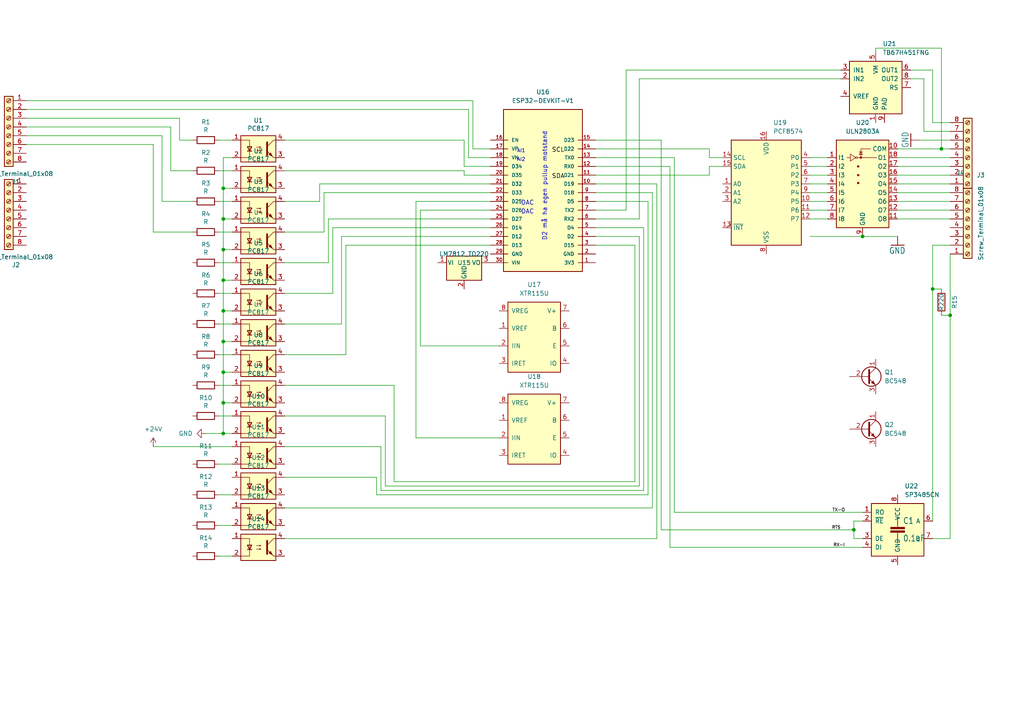
<source format=kicad_sch>
(kicad_sch (version 20211123) (generator eeschema)
  (paper "A4")
  (lib_symbols
    (symbol "Connector:Screw_Terminal_01x08" (pin_names (offset 1.016) hide)
      (property "Reference" "J" (at 0 10.16 0))
      (property "Value" "Screw_Terminal_01x08" (at 0 -12.7 0))
      (symbol "Screw_Terminal_01x08_1_1"
        (rectangle (start -1.27 8.89) (end 1.27 -11.43) (stroke (width 0.254)) (fill (type background)))
        (circle (center 0 -10.16) (radius 0.635) (stroke (width 0.1524)))
        (circle (center 0 -7.62) (radius 0.635) (stroke (width 0.1524)))
        (circle (center 0 -5.08) (radius 0.635) (stroke (width 0.1524)))
        (circle (center 0 -2.54) (radius 0.635) (stroke (width 0.1524)))
        (polyline (pts (xy -0.5334 -9.8298) (xy 0.3302 -10.668)) (stroke (width 0.1524)))
        (polyline (pts (xy -0.5334 -7.2898) (xy 0.3302 -8.128)) (stroke (width 0.1524)))
        (polyline (pts (xy -0.5334 -4.7498) (xy 0.3302 -5.588)) (stroke (width 0.1524)))
        (polyline (pts (xy -0.5334 -2.2098) (xy 0.3302 -3.048)) (stroke (width 0.1524)))
        (polyline (pts (xy -0.5334 0.3302) (xy 0.3302 -0.508)) (stroke (width 0.1524)))
        (polyline (pts (xy -0.5334 2.8702) (xy 0.3302 2.032)) (stroke (width 0.1524)))
        (polyline (pts (xy -0.5334 5.4102) (xy 0.3302 4.572)) (stroke (width 0.1524)))
        (polyline (pts (xy -0.5334 7.9502) (xy 0.3302 7.112)) (stroke (width 0.1524)))
        (polyline (pts (xy -0.3556 -9.652) (xy 0.508 -10.4902)) (stroke (width 0.1524)))
        (polyline (pts (xy -0.3556 -7.112) (xy 0.508 -7.9502)) (stroke (width 0.1524)))
        (polyline (pts (xy -0.3556 -4.572) (xy 0.508 -5.4102)) (stroke (width 0.1524)))
        (polyline (pts (xy -0.3556 -2.032) (xy 0.508 -2.8702)) (stroke (width 0.1524)))
        (polyline (pts (xy -0.3556 0.508) (xy 0.508 -0.3302)) (stroke (width 0.1524)))
        (polyline (pts (xy -0.3556 3.048) (xy 0.508 2.2098)) (stroke (width 0.1524)))
        (polyline (pts (xy -0.3556 5.588) (xy 0.508 4.7498)) (stroke (width 0.1524)))
        (polyline (pts (xy -0.3556 8.128) (xy 0.508 7.2898)) (stroke (width 0.1524)))
        (circle (center 0 0) (radius 0.635) (stroke (width 0.1524)))
        (circle (center 0 2.54) (radius 0.635) (stroke (width 0.1524)))
        (circle (center 0 5.08) (radius 0.635) (stroke (width 0.1524)))
        (circle (center 0 7.62) (radius 0.635) (stroke (width 0.1524)))
        (pin passive line (at -5.08 7.62 0) (length 3.81) (name "Pin_1") (number "1"))
        (pin passive line (at -5.08 5.08 0) (length 3.81) (name "Pin_2") (number "2"))
        (pin passive line (at -5.08 2.54 0) (length 3.81) (name "Pin_3") (number "3"))
        (pin passive line (at -5.08 0 0) (length 3.81) (name "Pin_4") (number "4"))
        (pin passive line (at -5.08 -2.54 0) (length 3.81) (name "Pin_5") (number "5"))
        (pin passive line (at -5.08 -5.08 0) (length 3.81) (name "Pin_6") (number "6"))
        (pin passive line (at -5.08 -7.62 0) (length 3.81) (name "Pin_7") (number "7"))
        (pin passive line (at -5.08 -10.16 0) (length 3.81) (name "Pin_8") (number "8"))
      )
    )
    (symbol "Device:R" (pin_numbers hide) (pin_names (offset 0))
      (property "Reference" "R" (at 2.032 0 90))
      (property "Value" "R" (at 0 0 90))
      (symbol "R_0_1"
        (rectangle (start -1.016 -2.54) (end 1.016 2.54) (stroke (width 0.254)))
      )
      (symbol "R_1_1"
        (pin passive line (at 0 3.81 270) (length 1.27) (name "~") (number "1"))
        (pin passive line (at 0 -3.81 90) (length 1.27) (name "~") (number "2"))
      )
    )
    (symbol "Devkit V1-1:ESP32-DEVKIT-V1" (pin_names (offset 1.016))
      (property "Reference" "U15" (at 0 24.13 0))
      (property "Value" "ESP32-DEVKIT-V1" (at 0 21.59 0))
      (symbol "ESP32-DEVKIT-V1_0_0"
        (rectangle (start -11.43 19.05) (end 11.43 -27.94) (stroke (width 0.254)) (fill (type background)))
        (pin output line (at 15.24 -25.4 180) (length 5.08) (name "3V3") (number "1"))
        (pin bidirectional line (at 15.24 -2.54 180) (length 5.08) (name "D19") (number "10"))
        (pin bidirectional line (at 15.24 0 180) (length 5.08) (name "D21") (number "11"))
        (pin input line (at 15.24 2.54 180) (length 5.08) (name "RX0") (number "12"))
        (pin output line (at 15.24 5.08 180) (length 5.08) (name "TX0") (number "13"))
        (pin bidirectional line (at 15.24 7.62 180) (length 5.08) (name "D22") (number "14"))
        (pin bidirectional line (at 15.24 10.16 180) (length 5.08) (name "D23") (number "15"))
        (pin input line (at -15.24 10.16 0) (length 5.08) (name "EN") (number "16"))
        (pin bidirectional line (at -15.24 7.62 0) (length 5.08) (name "VP") (number "17"))
        (pin bidirectional line (at -15.24 5.08 0) (length 5.08) (name "VN") (number "18"))
        (pin bidirectional line (at -15.24 2.54 0) (length 5.08) (name "D34") (number "19"))
        (pin power_in line (at 15.24 -22.86 180) (length 5.08) (name "GND") (number "2"))
        (pin bidirectional line (at -15.24 0 0) (length 5.08) (name "D35") (number "20"))
        (pin bidirectional line (at -15.24 -2.54 0) (length 5.08) (name "D32") (number "21"))
        (pin bidirectional line (at -15.24 -5.08 0) (length 5.08) (name "D33") (number "22"))
        (pin bidirectional line (at -15.24 -7.62 0) (length 5.08) (name "D25") (number "23"))
        (pin bidirectional line (at -15.24 -10.16 0) (length 5.08) (name "D26") (number "24"))
        (pin bidirectional line (at -15.24 -12.7 0) (length 5.08) (name "D27") (number "25"))
        (pin bidirectional line (at -15.24 -15.24 0) (length 5.08) (name "D14") (number "26"))
        (pin bidirectional line (at -15.24 -17.78 0) (length 5.08) (name "D12") (number "27"))
        (pin bidirectional line (at -15.24 -20.32 0) (length 5.08) (name "D13") (number "28"))
        (pin power_in line (at -15.24 -22.86 0) (length 5.08) (name "GND") (number "29"))
        (pin bidirectional line (at 15.24 -20.32 180) (length 5.08) (name "D15") (number "3"))
        (pin input line (at -15.24 -25.4 0) (length 5.08) (name "VIN") (number "30"))
        (pin bidirectional line (at 15.24 -17.78 180) (length 5.08) (name "D2") (number "4"))
        (pin bidirectional line (at 15.24 -15.24 180) (length 5.08) (name "D4") (number "5"))
        (pin input line (at 15.24 -12.7 180) (length 5.08) (name "RX2") (number "6"))
        (pin output line (at 15.24 -10.16 180) (length 5.08) (name "TX2") (number "7"))
        (pin bidirectional line (at 15.24 -7.62 180) (length 5.08) (name "D5") (number "8"))
        (pin bidirectional line (at 15.24 -5.08 180) (length 5.08) (name "D18") (number "9"))
      )
    )
    (symbol "Driver_Motor:A4950E" (pin_names (offset 1.016))
      (property "Reference" "U15" (at 2.0194 12.7 0))
      (property "Value" "TB67H451FNG " (at 2.0194 10.16 0))
      (symbol "A4950E_0_1"
        (rectangle (start -7.62 7.62) (end 7.62 -7.62) (stroke (width 0.254)) (fill (type background)))
      )
      (symbol "A4950E_1_1"
        (pin power_in line (at 0 -10.16 90) (length 2.54) (name "GND") (number "1"))
        (pin input line (at -10.16 2.54 0) (length 2.54) (name "IN2") (number "2"))
        (pin input line (at -10.16 5.08 0) (length 2.54) (name "IN1") (number "3"))
        (pin passive line (at -10.16 -2.54 0) (length 2.54) (name "VREF") (number "4"))
        (pin power_in line (at 0 10.16 270) (length 2.54) (name "VM") (number "5"))
        (pin power_out line (at 10.16 5.08 180) (length 2.54) (name "OUT1") (number "6"))
        (pin power_in line (at 10.16 0 180) (length 2.54) (name "RS") (number "7"))
        (pin power_out line (at 10.16 2.54 180) (length 2.54) (name "OUT2") (number "8"))
        (pin power_in line (at 2.54 -10.16 90) (length 2.54) (name "PAD") (number "9"))
      )
    )
    (symbol "Interface_CurrentLoop:XTR115U" (pin_names (offset 1.016))
      (property "Reference" "U" (at -7.62 13.97 0))
      (property "Value" "XTR115U" (at 1.27 13.97 0))
      (symbol "XTR115U_0_1"
        (rectangle (start -7.62 12.7) (end 7.62 -7.62) (stroke (width 0.254)) (fill (type background)))
      )
      (symbol "XTR115U_1_1"
        (pin output line (at -10.16 5.08 0) (length 2.54) (name "VREF") (number "1"))
        (pin input line (at -10.16 0 0) (length 2.54) (name "IIN") (number "2"))
        (pin input line (at -10.16 -5.08 0) (length 2.54) (name "IRET") (number "3"))
        (pin passive line (at 10.16 -5.08 180) (length 2.54) (name "IO") (number "4"))
        (pin passive line (at 10.16 0 180) (length 2.54) (name "E") (number "5"))
        (pin output line (at 10.16 5.08 180) (length 2.54) (name "B") (number "6"))
        (pin output line (at 10.16 10.16 180) (length 2.54) (name "V+") (number "7"))
        (pin output line (at -10.16 10.16 0) (length 2.54) (name "VREG") (number "8"))
      )
    )
    (symbol "Interface_Expansion:PCF8574"
      (property "Reference" "U" (at -8.89 16.51 0))
      (property "Value" "PCF8574" (at 2.54 16.51 0))
      (symbol "PCF8574_0_1"
        (rectangle (start -10.16 15.24) (end 10.16 -15.24) (stroke (width 0.254)) (fill (type background)))
      )
      (symbol "PCF8574_1_1"
        (pin input line (at -12.7 2.54 0) (length 2.54) (name "A0") (number "1"))
        (pin bidirectional line (at 12.7 -2.54 180) (length 2.54) (name "P5") (number "10"))
        (pin bidirectional line (at 12.7 -5.08 180) (length 2.54) (name "P6") (number "11"))
        (pin bidirectional line (at 12.7 -7.62 180) (length 2.54) (name "P7") (number "12"))
        (pin open_collector output_low (at -12.7 -10.16 0) (length 2.54) (name "~{INT}") (number "13"))
        (pin input line (at -12.7 10.16 0) (length 2.54) (name "SCL") (number "14"))
        (pin bidirectional line (at -12.7 7.62 0) (length 2.54) (name "SDA") (number "15"))
        (pin power_in line (at 0 17.78 270) (length 2.54) (name "VDD") (number "16"))
        (pin input line (at -12.7 0 0) (length 2.54) (name "A1") (number "2"))
        (pin input line (at -12.7 -2.54 0) (length 2.54) (name "A2") (number "3"))
        (pin bidirectional line (at 12.7 10.16 180) (length 2.54) (name "P0") (number "4"))
        (pin bidirectional line (at 12.7 7.62 180) (length 2.54) (name "P1") (number "5"))
        (pin bidirectional line (at 12.7 5.08 180) (length 2.54) (name "P2") (number "6"))
        (pin bidirectional line (at 12.7 2.54 180) (length 2.54) (name "P3") (number "7"))
        (pin power_in line (at 0 -17.78 90) (length 2.54) (name "VSS") (number "8"))
        (pin bidirectional line (at 12.7 0 180) (length 2.54) (name "P4") (number "9"))
      )
    )
    (symbol "Interface_UART:SP3485CN" (pin_names (offset 1.016))
      (property "Reference" "U" (at -7.62 8.89 0))
      (property "Value" "SP3485CN" (at 2.54 8.89 0))
      (symbol "SP3485CN_0_1"
        (rectangle (start -7.62 7.62) (end 7.62 -7.62) (stroke (width 0.254)) (fill (type background)))
      )
      (symbol "SP3485CN_1_1"
        (pin output line (at -10.16 5.08 0) (length 2.54) (name "RO") (number "1"))
        (pin input line (at -10.16 2.54 0) (length 2.54) (name "~{RE}") (number "2"))
        (pin input line (at -10.16 -2.54 0) (length 2.54) (name "DE") (number "3"))
        (pin input line (at -10.16 -5.08 0) (length 2.54) (name "DI") (number "4"))
        (pin power_in line (at 0 -10.16 90) (length 2.54) (name "GND") (number "5"))
        (pin bidirectional line (at 10.16 2.54 180) (length 2.54) (name "A") (number "6"))
        (pin bidirectional line (at 10.16 -2.54 180) (length 2.54) (name "B") (number "7"))
        (pin power_in line (at 0 10.16 270) (length 2.54) (name "VCC") (number "8"))
      )
    )
    (symbol "Isolator:PC817" (pin_names (offset 1.016))
      (property "Reference" "U" (at -5.08 5.08 0))
      (property "Value" "PC817" (at 0 5.08 0))
      (symbol "PC817_0_1"
        (rectangle (start -5.08 3.81) (end 5.08 -3.81) (stroke (width 0.254)) (fill (type background)))
        (polyline (pts (xy -3.175 -0.635) (xy -1.905 -0.635)) (stroke (width 0.254)))
        (polyline (pts (xy 2.54 0.635) (xy 4.445 2.54)))
        (polyline (pts (xy 4.445 -2.54) (xy 2.54 -0.635)) (fill (type outline)))
        (polyline (pts (xy 4.445 -2.54) (xy 5.08 -2.54)))
        (polyline (pts (xy 4.445 2.54) (xy 5.08 2.54)))
        (polyline (pts (xy -5.08 2.54) (xy -2.54 2.54) (xy -2.54 -0.635)))
        (polyline (pts (xy -2.54 -0.635) (xy -2.54 -2.54) (xy -5.08 -2.54)))
        (polyline (pts (xy 2.54 1.905) (xy 2.54 -1.905) (xy 2.54 -1.905)) (stroke (width 0.508)))
        (polyline (pts (xy -2.54 -0.635) (xy -3.175 0.635) (xy -1.905 0.635) (xy -2.54 -0.635)) (stroke (width 0.254)))
        (polyline (pts (xy -0.508 -0.508) (xy 0.762 -0.508) (xy 0.381 -0.635) (xy 0.381 -0.381) (xy 0.762 -0.508)))
        (polyline (pts (xy -0.508 0.508) (xy 0.762 0.508) (xy 0.381 0.381) (xy 0.381 0.635) (xy 0.762 0.508)))
        (polyline (pts (xy 3.048 -1.651) (xy 3.556 -1.143) (xy 4.064 -2.159) (xy 3.048 -1.651) (xy 3.048 -1.651)) (fill (type outline)))
      )
      (symbol "PC817_1_1"
        (pin passive line (at -7.62 2.54 0) (length 2.54) (name "~") (number "1"))
        (pin passive line (at -7.62 -2.54 0) (length 2.54) (name "~") (number "2"))
        (pin passive line (at 7.62 -2.54 180) (length 2.54) (name "~") (number "3"))
        (pin passive line (at 7.62 2.54 180) (length 2.54) (name "~") (number "4"))
      )
    )
    (symbol "RS485_Breakout-eagle-import:0.1UF-25V(+80{slash}-20%)(0603)"
      (property "Reference" "C" (at 1.524 2.921 0))
      (property "Value" "0.1UF-25V(+80{slash}-20%)(0603)" (at 1.524 -2.159 0))
      (symbol "0.1UF-25V(+80{slash}-20%)(0603)_1_0"
        (rectangle (start -2.032 0.508) (end 2.032 1.016) (fill (type outline)))
        (rectangle (start -2.032 1.524) (end 2.032 2.032) (fill (type outline)))
        (polyline (pts (xy 0 0) (xy 0 0.508)) (stroke (width 0.1524)))
        (polyline (pts (xy 0 2.54) (xy 0 2.032)) (stroke (width 0.1524)))
        (pin passive line (at 0 5.08 270) (length 2.54) (name "1") (number "1"))
        (pin passive line (at 0 -2.54 90) (length 2.54) (name "2") (number "2"))
      )
    )
    (symbol "RS485_Breakout-eagle-import:GND" (power)
      (property "Value" "GND" (at -2.54 -2.54 0))
      (symbol "GND_1_0"
        (polyline (pts (xy -1.905 0) (xy 1.905 0)) (stroke (width 0.254)))
        (pin power_in line (at 0 2.54 270) (length 2.54) (name "GND") (number "1"))
      )
    )
    (symbol "Regulator_Linear:LM7812_TO220" (pin_names (offset 0.254))
      (property "Reference" "U" (at -3.81 3.175 0))
      (property "Value" "LM7812_TO220" (at 0 3.175 0))
      (symbol "LM7812_TO220_0_1"
        (rectangle (start -5.08 1.905) (end 5.08 -5.08) (stroke (width 0.254)) (fill (type background)))
      )
      (symbol "LM7812_TO220_1_1"
        (pin power_in line (at -7.62 0 0) (length 2.54) (name "VI") (number "1"))
        (pin power_in line (at 0 -7.62 90) (length 2.54) (name "GND") (number "2"))
        (pin power_out line (at 7.62 0 180) (length 2.54) (name "VO") (number "3"))
      )
    )
    (symbol "Transistor_Array:ULN2803A"
      (property "Reference" "U" (at 0 13.335 0))
      (property "Value" "ULN2803A" (at 0 11.43 0))
      (symbol "ULN2803A_0_1"
        (rectangle (start -7.62 -15.24) (end 7.62 10.16) (stroke (width 0.254)) (fill (type background)))
        (circle (center -1.778 5.08) (radius 0.254))
        (circle (center -1.27 -2.286) (radius 0.254) (fill (type outline)))
        (circle (center -1.27 0) (radius 0.254) (fill (type outline)))
        (circle (center -1.27 2.54) (radius 0.254) (fill (type outline)))
        (circle (center -0.508 5.08) (radius 0.254) (fill (type outline)))
        (polyline (pts (xy -4.572 5.08) (xy -3.556 5.08)))
        (polyline (pts (xy -1.524 5.08) (xy 4.064 5.08)))
        (polyline (pts (xy 0 6.731) (xy -1.016 6.731)))
        (polyline (pts (xy -0.508 5.08) (xy -0.508 7.62) (xy 2.286 7.62)))
        (polyline (pts (xy -3.556 6.096) (xy -3.556 4.064) (xy -2.032 5.08) (xy -3.556 6.096)))
        (polyline (pts (xy 0 5.969) (xy -1.016 5.969) (xy -0.508 6.731) (xy 0 5.969)))
      )
      (symbol "ULN2803A_1_1"
        (pin input line (at -10.16 5.08 0) (length 2.54) (name "I1") (number "1"))
        (pin passive line (at 10.16 7.62 180) (length 2.54) (name "COM") (number "10"))
        (pin open_collector line (at 10.16 -12.7 180) (length 2.54) (name "O8") (number "11"))
        (pin open_collector line (at 10.16 -10.16 180) (length 2.54) (name "O7") (number "12"))
        (pin open_collector line (at 10.16 -7.62 180) (length 2.54) (name "O6") (number "13"))
        (pin open_collector line (at 10.16 -5.08 180) (length 2.54) (name "O5") (number "14"))
        (pin open_collector line (at 10.16 -2.54 180) (length 2.54) (name "O4") (number "15"))
        (pin open_collector line (at 10.16 0 180) (length 2.54) (name "O3") (number "16"))
        (pin open_collector line (at 10.16 2.54 180) (length 2.54) (name "O2") (number "17"))
        (pin open_collector line (at 10.16 5.08 180) (length 2.54) (name "O1") (number "18"))
        (pin input line (at -10.16 2.54 0) (length 2.54) (name "I2") (number "2"))
        (pin input line (at -10.16 0 0) (length 2.54) (name "I3") (number "3"))
        (pin input line (at -10.16 -2.54 0) (length 2.54) (name "I4") (number "4"))
        (pin input line (at -10.16 -5.08 0) (length 2.54) (name "I5") (number "5"))
        (pin input line (at -10.16 -7.62 0) (length 2.54) (name "I6") (number "6"))
        (pin input line (at -10.16 -10.16 0) (length 2.54) (name "I7") (number "7"))
        (pin input line (at -10.16 -12.7 0) (length 2.54) (name "I8") (number "8"))
        (pin power_in line (at 0 -17.78 90) (length 2.54) (name "GND") (number "9"))
      )
    )
    (symbol "Transistor_BJT:BC548" (pin_names (offset 0) hide)
      (property "Reference" "Q" (at 5.08 1.905 0))
      (property "Value" "BC548" (at 5.08 0 0))
      (symbol "BC548_0_1"
        (polyline (pts (xy 0 0) (xy 0.635 0)))
        (polyline (pts (xy 0.635 0.635) (xy 2.54 2.54)))
        (polyline (pts (xy 0.635 -0.635) (xy 2.54 -2.54) (xy 2.54 -2.54)))
        (polyline (pts (xy 0.635 1.905) (xy 0.635 -1.905) (xy 0.635 -1.905)) (stroke (width 0.508)))
        (polyline (pts (xy 1.27 -1.778) (xy 1.778 -1.27) (xy 2.286 -2.286) (xy 1.27 -1.778) (xy 1.27 -1.778)) (fill (type outline)))
        (circle (center 1.27 0) (radius 2.8194) (stroke (width 0.254)))
      )
      (symbol "BC548_1_1"
        (pin passive line (at 2.54 5.08 270) (length 2.54) (name "C") (number "1"))
        (pin input line (at -5.08 0 0) (length 5.08) (name "B") (number "2"))
        (pin passive line (at 2.54 -5.08 90) (length 2.54) (name "E") (number "3"))
      )
    )
    (symbol "power:+24V" (power) (pin_names (offset 0))
      (property "Value" "+24V" (at 0 3.556 0))
      (symbol "+24V_0_1"
        (polyline (pts (xy -0.762 1.27) (xy 0 2.54)))
        (polyline (pts (xy 0 0) (xy 0 2.54)))
        (polyline (pts (xy 0 2.54) (xy 0.762 1.27)))
      )
      (symbol "+24V_1_1"
        (pin power_in line (at 0 0 90) (length 0) hide (name "+24V") (number "1"))
      )
    )
    (symbol "power:GND" (power) (pin_names (offset 0))
      (property "Value" "GND" (at 0 -3.81 0))
      (symbol "GND_0_1"
        (polyline (pts (xy 0 0) (xy 0 -1.27) (xy 1.27 -1.27) (xy 0 -2.54) (xy -1.27 -1.27) (xy 0 -1.27)))
      )
      (symbol "GND_1_1"
        (pin power_in line (at 0 0 270) (length 0) hide (name "GND") (number "1"))
      )
    )
  )
  (junction (at 64.77 81.28))
  (junction (at 64.77 107.95))
  (junction (at 64.77 125.73))
  (junction (at 64.77 54.61))
  (junction (at 247.65 153.67))
  (junction (at 64.77 116.84))
  (junction (at 64.77 63.5))
  (junction (at 64.77 99.06))
  (junction (at 275.59 91.44))
  (junction (at 64.77 90.17))
  (junction (at 250.19 68.58))
  (junction (at 64.77 72.39))
  (junction (at 270.51 83.82))
  (junction (at 273.05 43.18))
  (wire (pts (xy 120.65 58.42) (xy 142.24 58.42)))
  (wire (pts (xy 185.42 22.86) (xy 243.84 22.86)))
  (wire (pts (xy 82.55 67.31) (xy 93.98 67.31)))
  (wire (pts (xy 264.16 20.32) (xy 270.51 20.32)))
  (wire (pts (xy 82.55 111.76) (xy 114.3 111.76)))
  (wire (pts (xy 64.77 72.39) (xy 67.31 72.39)))
  (wire (pts (xy 273.05 43.18) (xy 260.35 43.18)))
  (wire (pts (xy 63.5 161.29) (xy 67.31 161.29)))
  (wire (pts (xy 270.51 35.56) (xy 275.59 35.56)))
  (wire (pts (xy 266.7 40.64) (xy 275.59 40.64)))
  (wire (pts (xy 82.55 58.42) (xy 92.71 58.42)))
  (wire (pts (xy 205.74 48.26) (xy 209.55 48.26)))
  (wire (pts (xy 64.77 63.5) (xy 64.77 72.39)))
  (wire (pts (xy 93.98 55.88) (xy 142.24 55.88)))
  (wire (pts (xy 96.52 66.04) (xy 142.24 66.04)))
  (wire (pts (xy 195.58 148.59) (xy 195.58 45.72)))
  (wire (pts (xy 82.55 76.2) (xy 95.25 76.2)))
  (wire (pts (xy 205.74 45.72) (xy 209.55 45.72)))
  (wire (pts (xy 187.96 143.51) (xy 187.96 58.42)))
  (wire (pts (xy 64.77 107.95) (xy 67.31 107.95)))
  (wire (pts (xy 63.5 134.62) (xy 67.31 134.62)))
  (wire (pts (xy 93.98 67.31) (xy 93.98 55.88)))
  (wire (pts (xy 64.77 99.06) (xy 67.31 99.06)))
  (wire (pts (xy 111.76 120.65) (xy 111.76 140.97)))
  (wire (pts (xy 184.15 139.7) (xy 184.15 71.12)))
  (wire (pts (xy 7.62 36.83) (xy 49.53 36.83)))
  (wire (pts (xy 190.5 53.34) (xy 172.72 53.34)))
  (wire (pts (xy 191.77 153.67) (xy 247.65 153.67)))
  (wire (pts (xy 64.77 72.39) (xy 64.77 81.28)))
  (wire (pts (xy 234.95 60.96) (xy 240.03 60.96)))
  (wire (pts (xy 270.51 151.13) (xy 270.51 83.82)))
  (wire (pts (xy 172.72 63.5) (xy 185.42 63.5)))
  (wire (pts (xy 7.62 41.91) (xy 44.45 41.91)))
  (wire (pts (xy 260.35 50.8) (xy 275.59 50.8)))
  (wire (pts (xy 109.22 143.51) (xy 187.96 143.51)))
  (wire (pts (xy 270.51 71.12) (xy 275.59 71.12)))
  (wire (pts (xy 82.55 129.54) (xy 110.49 129.54)))
  (wire (pts (xy 63.5 120.65) (xy 67.31 120.65)))
  (wire (pts (xy 260.35 55.88) (xy 275.59 55.88)))
  (wire (pts (xy 144.78 127) (xy 120.65 127)))
  (wire (pts (xy 82.55 85.09) (xy 96.52 85.09)))
  (wire (pts (xy 63.5 93.98) (xy 67.31 93.98)))
  (wire (pts (xy 64.77 107.95) (xy 64.77 116.84)))
  (wire (pts (xy 254 13.97) (xy 273.05 13.97)))
  (wire (pts (xy 96.52 85.09) (xy 96.52 66.04)))
  (wire (pts (xy 92.71 53.34) (xy 142.24 53.34)))
  (wire (pts (xy 189.23 147.32) (xy 189.23 55.88)))
  (wire (pts (xy 7.62 29.21) (xy 137.16 29.21)))
  (wire (pts (xy 64.77 125.73) (xy 59.69 125.73)))
  (wire (pts (xy 64.77 116.84) (xy 67.31 116.84)))
  (wire (pts (xy 172.72 60.96) (xy 181.61 60.96)))
  (wire (pts (xy 121.92 60.96) (xy 142.24 60.96)))
  (wire (pts (xy 189.23 55.88) (xy 172.72 55.88)))
  (wire (pts (xy 234.95 55.88) (xy 240.03 55.88)))
  (wire (pts (xy 99.06 93.98) (xy 99.06 68.58)))
  (wire (pts (xy 82.55 120.65) (xy 111.76 120.65)))
  (wire (pts (xy 273.05 43.18) (xy 275.59 43.18)))
  (wire (pts (xy 187.96 58.42) (xy 172.72 58.42)))
  (wire (pts (xy 250.19 148.59) (xy 195.58 148.59)))
  (wire (pts (xy 250.19 151.13) (xy 247.65 151.13)))
  (wire (pts (xy 64.77 45.72) (xy 64.77 54.61)))
  (wire (pts (xy 172.72 48.26) (xy 194.31 48.26)))
  (wire (pts (xy 64.77 63.5) (xy 67.31 63.5)))
  (wire (pts (xy 184.15 71.12) (xy 172.72 71.12)))
  (wire (pts (xy 172.72 50.8) (xy 205.74 50.8)))
  (wire (pts (xy 52.07 40.64) (xy 55.88 40.64)))
  (wire (pts (xy 64.77 90.17) (xy 67.31 90.17)))
  (wire (pts (xy 110.49 129.54) (xy 110.49 142.24)))
  (wire (pts (xy 185.42 140.97) (xy 185.42 68.58)))
  (wire (pts (xy 137.16 29.21) (xy 137.16 43.18)))
  (wire (pts (xy 121.92 100.33) (xy 121.92 60.96)))
  (wire (pts (xy 273.05 13.97) (xy 273.05 43.18)))
  (wire (pts (xy 120.65 127) (xy 120.65 58.42)))
  (wire (pts (xy 205.74 43.18) (xy 205.74 45.72)))
  (wire (pts (xy 63.5 152.4) (xy 67.31 152.4)))
  (wire (pts (xy 267.97 22.86) (xy 267.97 38.1)))
  (wire (pts (xy 7.62 34.29) (xy 52.07 34.29)))
  (wire (pts (xy 194.31 48.26) (xy 194.31 158.75)))
  (wire (pts (xy 82.55 40.64) (xy 134.62 40.64)))
  (wire (pts (xy 63.5 49.53) (xy 67.31 49.53)))
  (wire (pts (xy 82.55 49.53) (xy 134.62 49.53)))
  (wire (pts (xy 114.3 111.76) (xy 114.3 139.7)))
  (wire (pts (xy 195.58 45.72) (xy 172.72 45.72)))
  (wire (pts (xy 7.62 39.37) (xy 46.99 39.37)))
  (wire (pts (xy 63.5 40.64) (xy 67.31 40.64)))
  (wire (pts (xy 135.89 31.75) (xy 135.89 45.72)))
  (wire (pts (xy 67.31 45.72) (xy 64.77 45.72)))
  (wire (pts (xy 95.25 63.5) (xy 142.24 63.5)))
  (wire (pts (xy 114.3 139.7) (xy 184.15 139.7)))
  (wire (pts (xy 270.51 83.82) (xy 270.51 71.12)))
  (wire (pts (xy 234.95 63.5) (xy 240.03 63.5)))
  (wire (pts (xy 205.74 50.8) (xy 205.74 48.26)))
  (wire (pts (xy 135.89 45.72) (xy 142.24 45.72)))
  (wire (pts (xy 82.55 147.32) (xy 189.23 147.32)))
  (wire (pts (xy 270.51 83.82) (xy 273.05 83.82)))
  (wire (pts (xy 275.59 73.66) (xy 275.59 91.44)))
  (wire (pts (xy 270.51 156.21) (xy 275.59 156.21)))
  (wire (pts (xy 99.06 68.58) (xy 142.24 68.58)))
  (wire (pts (xy 260.35 53.34) (xy 275.59 53.34)))
  (wire (pts (xy 247.65 151.13) (xy 247.65 153.67)))
  (wire (pts (xy 49.53 49.53) (xy 55.88 49.53)))
  (wire (pts (xy 111.76 140.97) (xy 185.42 140.97)))
  (wire (pts (xy 63.5 102.87) (xy 67.31 102.87)))
  (wire (pts (xy 172.72 43.18) (xy 205.74 43.18)))
  (wire (pts (xy 64.77 54.61) (xy 64.77 63.5)))
  (wire (pts (xy 181.61 60.96) (xy 181.61 20.32)))
  (wire (pts (xy 64.77 81.28) (xy 67.31 81.28)))
  (wire (pts (xy 64.77 54.61) (xy 67.31 54.61)))
  (wire (pts (xy 186.69 142.24) (xy 186.69 66.04)))
  (wire (pts (xy 64.77 116.84) (xy 64.77 125.73)))
  (wire (pts (xy 194.31 158.75) (xy 250.19 158.75)))
  (wire (pts (xy 134.62 49.53) (xy 134.62 50.8)))
  (wire (pts (xy 100.33 102.87) (xy 100.33 71.12)))
  (wire (pts (xy 52.07 34.29) (xy 52.07 40.64)))
  (wire (pts (xy 63.5 111.76) (xy 67.31 111.76)))
  (wire (pts (xy 137.16 43.18) (xy 142.24 43.18)))
  (wire (pts (xy 63.5 58.42) (xy 67.31 58.42)))
  (wire (pts (xy 270.51 20.32) (xy 270.51 35.56)))
  (wire (pts (xy 63.5 143.51) (xy 67.31 143.51)))
  (wire (pts (xy 264.16 22.86) (xy 267.97 22.86)))
  (wire (pts (xy 273.05 91.44) (xy 275.59 91.44)))
  (wire (pts (xy 82.55 93.98) (xy 99.06 93.98)))
  (wire (pts (xy 191.77 40.64) (xy 191.77 153.67)))
  (wire (pts (xy 254 15.24) (xy 254 13.97)))
  (wire (pts (xy 7.62 31.75) (xy 135.89 31.75)))
  (wire (pts (xy 44.45 67.31) (xy 55.88 67.31)))
  (wire (pts (xy 144.78 100.33) (xy 121.92 100.33)))
  (wire (pts (xy 64.77 99.06) (xy 64.77 107.95)))
  (wire (pts (xy 181.61 20.32) (xy 243.84 20.32)))
  (wire (pts (xy 63.5 76.2) (xy 67.31 76.2)))
  (wire (pts (xy 64.77 125.73) (xy 67.31 125.73)))
  (wire (pts (xy 44.45 129.54) (xy 67.31 129.54)))
  (wire (pts (xy 260.35 45.72) (xy 275.59 45.72)))
  (wire (pts (xy 134.62 48.26) (xy 142.24 48.26)))
  (wire (pts (xy 234.95 58.42) (xy 240.03 58.42)))
  (wire (pts (xy 172.72 40.64) (xy 191.77 40.64)))
  (wire (pts (xy 63.5 67.31) (xy 67.31 67.31)))
  (wire (pts (xy 234.95 45.72) (xy 240.03 45.72)))
  (wire (pts (xy 110.49 142.24) (xy 186.69 142.24)))
  (wire (pts (xy 234.95 48.26) (xy 240.03 48.26)))
  (wire (pts (xy 185.42 63.5) (xy 185.42 22.86)))
  (wire (pts (xy 247.65 153.67) (xy 247.65 156.21)))
  (wire (pts (xy 185.42 68.58) (xy 172.72 68.58)))
  (wire (pts (xy 260.35 48.26) (xy 275.59 48.26)))
  (wire (pts (xy 134.62 40.64) (xy 134.62 48.26)))
  (wire (pts (xy 234.95 50.8) (xy 240.03 50.8)))
  (wire (pts (xy 260.35 63.5) (xy 275.59 63.5)))
  (wire (pts (xy 44.45 41.91) (xy 44.45 67.31)))
  (wire (pts (xy 234.95 68.58) (xy 250.19 68.58)))
  (wire (pts (xy 100.33 71.12) (xy 142.24 71.12)))
  (wire (pts (xy 260.35 58.42) (xy 275.59 58.42)))
  (wire (pts (xy 247.65 156.21) (xy 250.19 156.21)))
  (wire (pts (xy 64.77 90.17) (xy 64.77 99.06)))
  (wire (pts (xy 92.71 58.42) (xy 92.71 53.34)))
  (wire (pts (xy 95.25 76.2) (xy 95.25 63.5)))
  (wire (pts (xy 82.55 156.21) (xy 190.5 156.21)))
  (wire (pts (xy 64.77 81.28) (xy 64.77 90.17)))
  (wire (pts (xy 234.95 53.34) (xy 240.03 53.34)))
  (wire (pts (xy 49.53 36.83) (xy 49.53 49.53)))
  (wire (pts (xy 186.69 66.04) (xy 172.72 66.04)))
  (wire (pts (xy 134.62 50.8) (xy 142.24 50.8)))
  (wire (pts (xy 46.99 58.42) (xy 55.88 58.42)))
  (wire (pts (xy 82.55 138.43) (xy 109.22 138.43)))
  (wire (pts (xy 63.5 85.09) (xy 67.31 85.09)))
  (wire (pts (xy 250.19 68.58) (xy 260.35 68.58)))
  (wire (pts (xy 109.22 138.43) (xy 109.22 143.51)))
  (wire (pts (xy 275.59 91.44) (xy 275.59 156.21)))
  (wire (pts (xy 190.5 156.21) (xy 190.5 53.34)))
  (wire (pts (xy 260.35 60.96) (xy 275.59 60.96)))
  (wire (pts (xy 267.97 38.1) (xy 275.59 38.1)))
  (wire (pts (xy 46.99 39.37) (xy 46.99 58.42)))
  (wire (pts (xy 82.55 102.87) (xy 100.33 102.87)))
  (text "DAC" (at 154.94 62.23 180) (effects (font (size 1.27 1.27)) (justify right bottom)))
  (text "DAC" (at 154.94 59.69 180) (effects (font (size 1.27 1.27)) (justify right bottom)))
  (text "AI2" (at 152.4 46.99 180) (effects (font (size 1 1)) (justify right bottom)))
  (text "AI1" (at 152.4 44.45 180) (effects (font (size 1 1)) (justify right bottom)))
  (text "D2 må ha egen pullup motstand" (at 158.75 38.1 270) (effects (font (size 1.27 1.27)) (justify right bottom)))
  (label "SDA" (at 160.02 52.07 0))
  (label "RX-I" (at 245.11 158.75 180) (effects (font (size 0.889 0.889))))
  (label "SCL" (at 160.02 44.45 0))
  (label "TX-O" (at 245.11 148.59 180) (effects (font (size 0.889 0.889))))
  (label "RTS" (at 243.84 153.67 180) (effects (font (size 0.889 0.889))))
  (symbol (lib_id "Device:R") (at 59.69 67.31 270) (unit 1)
    (property "Reference" "R4" (at 59.69 62.0522 90))
    (property "Value" "R" (at 59.69 64.3636 90))
    (property "Footprint" "Resistor_THT:R_Axial_DIN0204_L3.6mm_D1.6mm_P2.54mm_Vertical" (effects hide))
  )
  (symbol (lib_id "Interface_Expansion:PCF8574") (at 222.25 55.88 0) (unit 1)
    (property "Reference" "U19" (at 224.2694 35.56 0) (effects (justify left)))
    (property "Value" "PCF8574" (at 224.2694 38.1 0) (effects (justify left)))
    (property "Footprint" "Package_DIP:DIP-18_W7.62mm" (effects hide))
    (property "Datasheet" "http://www.nxp.com/documents/data_sheet/PCF8574_PCF8574A.pdf" (effects hide))
  )
  (symbol (lib_id "Device:R") (at 59.69 85.09 270) (unit 1)
    (property "Reference" "R6" (at 59.69 79.8322 90))
    (property "Value" "R" (at 59.69 82.1436 90))
    (property "Footprint" "Resistor_THT:R_Axial_DIN0204_L3.6mm_D1.6mm_P2.54mm_Vertical" (effects hide))
  )
  (symbol (lib_id "power:+24V") (at 44.45 129.54 0) (unit 1)
    (property "Reference" "#PWR01" (effects hide))
    (property "Value" "+24V" (at 44.45 124.46 0))
  )
  (symbol (lib_id "Device:R") (at 273.05 87.63 0) (unit 1)
    (property "Reference" "R15" (at 276.86 87.63 90))
    (property "Value" "R220" (at 273.05 87.63 90))
    (property "Footprint" "Resistor_THT:R_Axial_DIN0204_L3.6mm_D1.6mm_P2.54mm_Vertical" (effects hide))
  )
  (symbol (lib_id "Isolator:PC817") (at 74.93 123.19 0) (unit 1)
    (property "Reference" "U10" (at 74.93 114.935 0))
    (property "Value" "PC817" (at 74.93 117.2464 0))
    (property "Footprint" "Package_DIP:DIP-4_W7.62mm" (effects hide))
    (property "Datasheet" "http://www.soselectronic.cz/a_info/resource/d/pc817.pdf" (effects hide))
  )
  (symbol (lib_id "power:GND") (at 59.69 125.73 270) (unit 1)
    (property "Reference" "#PWR?" (effects hide))
    (property "Value" "GND" (at 55.88 125.7299 90) (effects (justify right)))
  )
  (symbol (lib_id "Device:R") (at 59.69 93.98 270) (unit 1)
    (property "Reference" "R7" (at 59.69 88.7222 90))
    (property "Value" "R" (at 59.69 91.0336 90))
    (property "Footprint" "Resistor_THT:R_Axial_DIN0204_L3.6mm_D1.6mm_P2.54mm_Vertical" (effects hide))
  )
  (symbol (lib_id "Isolator:PC817") (at 74.93 87.63 0) (unit 1)
    (property "Reference" "U6" (at 74.93 79.375 0))
    (property "Value" "PC817" (at 74.93 81.6864 0))
    (property "Footprint" "Package_DIP:DIP-4_W7.62mm" (effects hide))
    (property "Datasheet" "http://www.soselectronic.cz/a_info/resource/d/pc817.pdf" (effects hide))
  )
  (symbol (lib_id "Isolator:PC817") (at 74.93 60.96 0) (unit 1)
    (property "Reference" "U3" (at 74.93 52.705 0))
    (property "Value" "PC817" (at 74.93 55.0164 0))
    (property "Footprint" "Package_DIP:DIP-4_W7.62mm" (effects hide))
    (property "Datasheet" "http://www.soselectronic.cz/a_info/resource/d/pc817.pdf" (effects hide))
  )
  (symbol (lib_id "Isolator:PC817") (at 74.93 149.86 0) (unit 1)
    (property "Reference" "U13" (at 74.93 141.605 0))
    (property "Value" "PC817" (at 74.93 143.9164 0))
    (property "Footprint" "Package_DIP:DIP-4_W7.62mm" (effects hide))
    (property "Datasheet" "http://www.soselectronic.cz/a_info/resource/d/pc817.pdf" (effects hide))
  )
  (symbol (lib_id "RS485_Breakout-eagle-import:0.1UF-25V(+80{slash}-20%)(0603)") (at 260.35 154.94 0) (unit 1)
    (property "Reference" "C1" (at 261.874 152.019 0) (effects (font (size 1.778 1.5113)) (justify left bottom)))
    (property "Value" "0.1uF" (at 261.874 157.099 0) (effects (font (size 1.778 1.5113)) (justify left bottom)))
    (property "Footprint" "RS485_Breakout:0603-CAP" (effects hide))
  )
  (symbol (lib_id "Device:R") (at 59.69 49.53 270) (unit 1)
    (property "Reference" "R2" (at 59.69 44.2722 90))
    (property "Value" "R" (at 59.69 46.5836 90))
    (property "Footprint" "Resistor_THT:R_Axial_DIN0204_L3.6mm_D1.6mm_P2.54mm_Vertical" (effects hide))
  )
  (symbol (lib_id "Interface_CurrentLoop:XTR115U") (at 154.94 127 0) (unit 1)
    (property "Reference" "U18" (at 154.94 109.22 0))
    (property "Value" "XTR115U" (at 154.94 111.76 0))
    (property "Footprint" "Package_SO:SOIC-8_3.9x4.9mm_P1.27mm" (effects hide))
    (property "Datasheet" "http://www.ti.com/lit/ds/symlink/xtr115.pdf" (effects hide))
  )
  (symbol (lib_id "Device:R") (at 59.69 152.4 270) (unit 1)
    (property "Reference" "R13" (at 59.69 147.1422 90))
    (property "Value" "R" (at 59.69 149.4536 90))
    (property "Footprint" "Resistor_THT:R_Axial_DIN0204_L3.6mm_D1.6mm_P2.54mm_Vertical" (effects hide))
  )
  (symbol (lib_id "Device:R") (at 59.69 161.29 270) (unit 1)
    (property "Reference" "R14" (at 59.69 156.0322 90))
    (property "Value" "R" (at 59.69 158.3436 90))
    (property "Footprint" "Resistor_THT:R_Axial_DIN0204_L3.6mm_D1.6mm_P2.54mm_Vertical" (effects hide))
  )
  (symbol (lib_id "Device:R") (at 59.69 111.76 270) (unit 1)
    (property "Reference" "R9" (at 59.69 106.5022 90))
    (property "Value" "R" (at 59.69 108.8136 90))
    (property "Footprint" "Resistor_THT:R_Axial_DIN0204_L3.6mm_D1.6mm_P2.54mm_Vertical" (effects hide))
  )
  (symbol (lib_id "Regulator_Linear:LM7812_TO220") (at 134.62 76.2 0) (unit 1)
    (property "Reference" "U15" (at 134.62 76.2 0))
    (property "Value" "LM7812_TO220" (at 134.62 73.66 0))
    (property "Footprint" "Package_TO_SOT_THT:TO-220-3_Vertical" (effects hide))
    (property "Datasheet" "https://www.onsemi.cn/PowerSolutions/document/MC7800-D.PDF" (effects hide))
  )
  (symbol (lib_id "Isolator:PC817") (at 74.93 96.52 0) (unit 1)
    (property "Reference" "U7" (at 74.93 88.265 0))
    (property "Value" "PC817" (at 74.93 90.5764 0))
    (property "Footprint" "Package_DIP:DIP-4_W7.62mm" (effects hide))
    (property "Datasheet" "http://www.soselectronic.cz/a_info/resource/d/pc817.pdf" (effects hide))
  )
  (symbol (lib_id "Connector:Screw_Terminal_01x08") (at 280.67 45.72 0) (mirror x) (unit 1)
    (property "Reference" "J3" (at 284.48 50.8 0))
    (property "Value" "Screw_Terminal_01x08" (effects hide))
    (property "Footprint" "TerminalBlock_Phoenix:TerminalBlock_Phoenix_MKDS-1,5-8-5.08_1x08_P5.08mm_Horizontal" (effects hide))
  )
  (symbol (lib_id "Isolator:PC817") (at 74.93 140.97 0) (unit 1)
    (property "Reference" "U12" (at 74.93 132.715 0))
    (property "Value" "PC817" (at 74.93 135.0264 0))
    (property "Footprint" "Package_DIP:DIP-4_W7.62mm" (effects hide))
    (property "Datasheet" "http://www.soselectronic.cz/a_info/resource/d/pc817.pdf" (effects hide))
  )
  (symbol (lib_id "RS485_Breakout-eagle-import:GND") (at 264.16 40.64 270) (unit 1)
    (property "Reference" "#GND02" (effects hide))
    (property "Value" "GND" (at 261.62 38.1 0) (effects (font (size 1.778 1.5113)) (justify left bottom)))
    (property "Footprint" "RS485_Breakout:" (effects hide))
  )
  (symbol (lib_id "Device:R") (at 59.69 102.87 270) (unit 1)
    (property "Reference" "R8" (at 59.69 97.6122 90))
    (property "Value" "R" (at 59.69 99.9236 90))
    (property "Footprint" "Resistor_THT:R_Axial_DIN0204_L3.6mm_D1.6mm_P2.54mm_Vertical" (effects hide))
  )
  (symbol (lib_id "Isolator:PC817") (at 74.93 69.85 0) (unit 1)
    (property "Reference" "U4" (at 74.93 61.595 0))
    (property "Value" "PC817" (at 74.93 63.9064 0))
    (property "Footprint" "Package_DIP:DIP-4_W7.62mm" (effects hide))
    (property "Datasheet" "http://www.soselectronic.cz/a_info/resource/d/pc817.pdf" (effects hide))
  )
  (symbol (lib_id "Interface_CurrentLoop:XTR115U") (at 154.94 100.33 0) (unit 1)
    (property "Reference" "U17" (at 154.94 82.55 0))
    (property "Value" "XTR115U" (at 154.94 85.09 0))
    (property "Footprint" "Package_SO:SOIC-8_3.9x4.9mm_P1.27mm" (effects hide))
    (property "Datasheet" "http://www.ti.com/lit/ds/symlink/xtr115.pdf" (effects hide))
  )
  (symbol (lib_id "Device:R") (at 59.69 143.51 270) (unit 1)
    (property "Reference" "R12" (at 59.69 138.2522 90))
    (property "Value" "R" (at 59.69 140.5636 90))
    (property "Footprint" "Resistor_THT:R_Axial_DIN0204_L3.6mm_D1.6mm_P2.54mm_Vertical" (effects hide))
  )
  (symbol (lib_id "Isolator:PC817") (at 74.93 43.18 0) (unit 1)
    (property "Reference" "U1" (at 74.93 34.925 0))
    (property "Value" "PC817" (at 74.93 37.2364 0))
    (property "Footprint" "Package_DIP:DIP-4_W7.62mm" (effects hide))
    (property "Datasheet" "http://www.soselectronic.cz/a_info/resource/d/pc817.pdf" (effects hide))
  )
  (symbol (lib_id "Device:R") (at 59.69 120.65 270) (unit 1)
    (property "Reference" "R10" (at 59.69 115.3922 90))
    (property "Value" "R" (at 59.69 117.7036 90))
    (property "Footprint" "Resistor_THT:R_Axial_DIN0204_L3.6mm_D1.6mm_P2.54mm_Vertical" (effects hide))
  )
  (symbol (lib_id "Isolator:PC817") (at 74.93 132.08 0) (unit 1)
    (property "Reference" "U11" (at 74.93 123.825 0))
    (property "Value" "PC817" (at 74.93 126.1364 0))
    (property "Footprint" "Package_DIP:DIP-4_W7.62mm" (effects hide))
    (property "Datasheet" "http://www.soselectronic.cz/a_info/resource/d/pc817.pdf" (effects hide))
  )
  (symbol (lib_id "Transistor_BJT:BC548") (at 251.46 124.46 0) (unit 1)
    (property "Reference" "Q2" (at 256.54 123.1899 0) (effects (justify left)))
    (property "Value" "BC548" (at 256.54 125.7299 0) (effects (justify left)))
    (property "Footprint" "Package_TO_SOT_THT:TO-92_Inline" (effects hide))
    (property "Datasheet" "https://www.onsemi.com/pub/Collateral/BC550-D.pdf" (effects hide))
  )
  (symbol (lib_id "Device:R") (at 59.69 76.2 270) (unit 1)
    (property "Reference" "R5" (at 59.69 70.9422 90))
    (property "Value" "R" (at 59.69 73.2536 90))
    (property "Footprint" "Resistor_THT:R_Axial_DIN0204_L3.6mm_D1.6mm_P2.54mm_Vertical" (effects hide))
  )
  (symbol (lib_id "Isolator:PC817") (at 74.93 52.07 0) (unit 1)
    (property "Reference" "U2" (at 74.93 43.815 0))
    (property "Value" "PC817" (at 74.93 46.1264 0))
    (property "Footprint" "Package_DIP:DIP-4_W7.62mm" (effects hide))
    (property "Datasheet" "http://www.soselectronic.cz/a_info/resource/d/pc817.pdf" (effects hide))
  )
  (symbol (lib_id "Transistor_Array:ULN2803A") (at 250.19 50.8 0) (unit 1)
    (property "Reference" "U20" (at 250.19 35.56 0))
    (property "Value" "ULN2803A" (at 250.19 38.1 0))
    (property "Footprint" "Package_DIP:DIP-18_W7.62mm" (effects hide))
    (property "Datasheet" "/home/fred-olav/esp32projects/Deler/ULN2803APG.pdf" (effects hide))
  )
  (symbol (lib_id "Connector:Screw_Terminal_01x08") (at 280.67 66.04 0) (mirror x) (unit 1)
    (property "Reference" "J4" (at 278.5872 50.165 0))
    (property "Value" "Screw_Terminal_01x08" (at 284.48 64.77 90))
    (property "Footprint" "TerminalBlock_Phoenix:TerminalBlock_Phoenix_MKDS-1,5-8-5.08_1x08_P5.08mm_Horizontal" (effects hide))
  )
  (symbol (lib_id "Driver_Motor:A4950E") (at 254 25.4 0) (unit 1)
    (property "Reference" "U21" (at 256.0194 12.7 0) (effects (justify left)))
    (property "Value" "TB67H451FNG " (at 256.0194 15.24 0) (effects (justify left)))
    (property "Footprint" "Package_SO:SOIC-8-1EP_3.9x4.9mm_P1.27mm_EP2.41x3.3mm" (effects hide))
    (property "Datasheet" "/home/fred-olav/esp32projects/Deler/TB67H451FNG - Toshiba DC motordriver.pdf" (effects hide))
  )
  (symbol (lib_id "Device:R") (at 59.69 40.64 270) (unit 1)
    (property "Reference" "R1" (at 59.69 35.3822 90))
    (property "Value" "R" (at 59.69 37.6936 90))
    (property "Footprint" "Resistor_THT:R_Axial_DIN0204_L3.6mm_D1.6mm_P2.54mm_Vertical" (effects hide))
  )
  (symbol (lib_id "Isolator:PC817") (at 74.93 158.75 0) (unit 1)
    (property "Reference" "U14" (at 74.93 150.495 0))
    (property "Value" "PC817" (at 74.93 152.8064 0))
    (property "Footprint" "Package_DIP:DIP-4_W7.62mm" (effects hide))
    (property "Datasheet" "http://www.soselectronic.cz/a_info/resource/d/pc817.pdf" (effects hide))
  )
  (symbol (lib_id "Isolator:PC817") (at 74.93 114.3 0) (unit 1)
    (property "Reference" "U9" (at 74.93 106.045 0))
    (property "Value" "PC817" (at 74.93 108.3564 0))
    (property "Footprint" "Package_DIP:DIP-4_W7.62mm" (effects hide))
    (property "Datasheet" "http://www.soselectronic.cz/a_info/resource/d/pc817.pdf" (effects hide))
  )
  (symbol (lib_id "Connector:Screw_Terminal_01x08") (at 2.54 36.83 0) (mirror y) (unit 1)
    (property "Reference" "J1" (at 4.6228 52.705 0))
    (property "Value" "Screw_Terminal_01x08" (at 4.6228 50.3936 0))
    (property "Footprint" "TerminalBlock_Phoenix:TerminalBlock_Phoenix_MKDS-1,5-8-5.08_1x08_P5.08mm_Horizontal" (effects hide))
  )
  (symbol (lib_id "Transistor_BJT:BC548") (at 251.46 109.22 0) (unit 1)
    (property "Reference" "Q1" (at 256.54 107.9499 0) (effects (justify left)))
    (property "Value" "BC548" (at 256.54 110.4899 0) (effects (justify left)))
    (property "Footprint" "Package_TO_SOT_THT:TO-92_Inline" (effects hide))
    (property "Datasheet" "https://www.onsemi.com/pub/Collateral/BC550-D.pdf" (effects hide))
  )
  (symbol (lib_id "Interface_UART:SP3485CN") (at 260.35 153.67 0) (unit 1)
    (property "Reference" "U22" (at 262.3694 140.97 0) (effects (justify left)))
    (property "Value" "SP3485CN" (at 262.3694 143.51 0) (effects (justify left)))
    (property "Footprint" "Package_SO:SOIC-8_3.9x4.9mm_P1.27mm" (effects hide))
    (property "Datasheet" "http://www.icbase.com/pdf/SPX/SPX00480106.pdf" (effects hide))
  )
  (symbol (lib_id "Isolator:PC817") (at 74.93 105.41 0) (unit 1)
    (property "Reference" "U8" (at 74.93 97.155 0))
    (property "Value" "PC817" (at 74.93 99.4664 0))
    (property "Footprint" "Package_DIP:DIP-4_W7.62mm" (effects hide))
    (property "Datasheet" "http://www.soselectronic.cz/a_info/resource/d/pc817.pdf" (effects hide))
  )
  (symbol (lib_id "Device:R") (at 59.69 134.62 270) (unit 1)
    (property "Reference" "R11" (at 59.69 129.3622 90))
    (property "Value" "R" (at 59.69 131.6736 90))
    (property "Footprint" "Resistor_THT:R_Axial_DIN0204_L3.6mm_D1.6mm_P2.54mm_Vertical" (effects hide))
  )
  (symbol (lib_id "Devkit V1-1:ESP32-DEVKIT-V1") (at 157.48 50.8 0) (unit 1)
    (property "Reference" "U16" (at 157.48 26.67 0))
    (property "Value" "ESP32-DEVKIT-V1" (at 157.48 29.21 0))
    (property "Footprint" "doit-esp32-devkit-kicad:ESP32-DOIT-DEVKIT" (effects hide))
    (property "Datasheet" "https://lastminuteengineers.com/esp32-pinout-reference/" (effects hide))
    (property "MANUFACTURER" "DOIT" (effects hide))
    (property "STANDARD" "Manufacturer Recommendations" (effects hide))
    (property "MAXIMUM_PACKAGE_HEIGHT" "6.8 mm" (effects hide))
    (property "PARTREV" "N/A" (effects hide))
  )
  (symbol (lib_id "Device:R") (at 59.69 58.42 270) (unit 1)
    (property "Reference" "R3" (at 59.69 53.1622 90))
    (property "Value" "R" (at 59.69 55.4736 90))
    (property "Footprint" "Resistor_THT:R_Axial_DIN0204_L3.6mm_D1.6mm_P2.54mm_Vertical" (effects hide))
  )
  (symbol (lib_id "Isolator:PC817") (at 74.93 78.74 0) (unit 1)
    (property "Reference" "U5" (at 74.93 70.485 0))
    (property "Value" "PC817" (at 74.93 72.7964 0))
    (property "Footprint" "Package_DIP:DIP-4_W7.62mm" (effects hide))
    (property "Datasheet" "http://www.soselectronic.cz/a_info/resource/d/pc817.pdf" (effects hide))
  )
  (symbol (lib_id "Connector:Screw_Terminal_01x08") (at 2.54 60.96 0) (mirror y) (unit 1)
    (property "Reference" "J2" (at 4.6228 76.835 0))
    (property "Value" "Screw_Terminal_01x08" (at 4.6228 74.5236 0))
    (property "Footprint" "TerminalBlock_Phoenix:TerminalBlock_Phoenix_MKDS-1,5-8-5.08_1x08_P5.08mm_Horizontal" (effects hide))
  )
  (symbol (lib_id "RS485_Breakout-eagle-import:GND") (at 260.35 71.12 0) (unit 1)
    (property "Reference" "#GND01" (effects hide))
    (property "Value" "GND" (at 257.81 73.66 0) (effects (font (size 1.778 1.5113)) (justify left bottom)))
    (property "Footprint" "RS485_Breakout:" (effects hide))
  )
)
</source>
